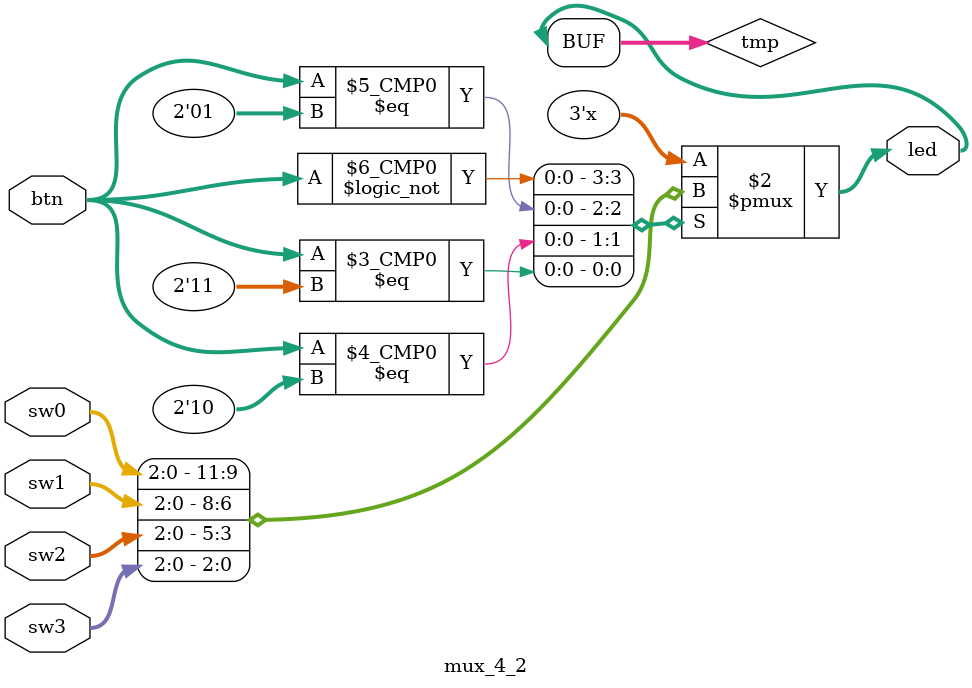
<source format=v>
`timescale 1ns / 1ps


module mux_4_2(
input [2:0] sw0, sw1, sw2, sw3,
input [1:0] btn,
output [2:0] led
    );
    
reg [2:0] tmp;
 
 always @(sw0, sw1, sw2, sw3, btn) begin
    case (btn)
    2'b00:  tmp <= sw0;
    2'b01:  tmp <= sw1; 
    2'b10:  tmp <= sw2;
    2'b11:  tmp <= sw3;
    default: tmp <= 3'b000;
    endcase
 end
 assign led=tmp;
endmodule

</source>
